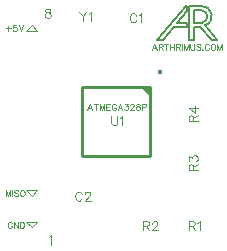
<source format=gto>
G04 DipTrace 3.3.1.1*
G04 TopSilk.gto*
%MOIN*%
G04 #@! TF.FileFunction,Legend,Top*
G04 #@! TF.Part,Single*
%ADD10C,0.009843*%
%ADD18C,0.004*%
%ADD25O,0.016422X0.016542*%
%ADD29C,0.005*%
%ADD54C,0.004632*%
%ADD55C,0.003281*%
%ADD56C,0.003088*%
%FSLAX26Y26*%
G04*
G70*
G90*
G75*
G01*
G04 TopSilk*
%LPD*%
X889429Y936258D2*
D10*
X661065D1*
Y707934D1*
X889429D1*
Y936258D1*
D25*
X920544Y987911D3*
G36*
X889429Y936258D2*
X857936D1*
X889429Y904765D1*
Y936258D1*
G37*
X912278Y1094148D2*
D29*
X1007062Y1206179D1*
X1012011Y1206168D1*
Y1190570D1*
X978713Y1150479D1*
X1011991D1*
Y1138288D1*
X968495D1*
X931592Y1094126D1*
X912278Y1094148D1*
X1060454Y1192932D2*
X1034770Y1192909D1*
X1060595Y1151108D2*
X1034910Y1150985D1*
X1034470Y1206179D2*
X1060975Y1206123D1*
X1034570Y1138513D2*
X1055887Y1138457D1*
X1055726Y1138446D2*
X1093171Y1094092D1*
X1112625D1*
X1070572Y1142393D1*
X1060214Y1206112D2*
G02X1070612Y1142494I1218J-32459D01*
G01*
X1060414Y1192932D2*
G02X1060254Y1151086I-2607J-20913D01*
G01*
X1019323Y1093811D2*
Y1206145D1*
X1019424D2*
X1036072D1*
X1034730Y1192909D2*
Y1150940D1*
Y1138524D2*
Y1093721D1*
X1034590D2*
X1019363D1*
X474951Y487450D2*
D18*
X493701Y468699D1*
X512451Y487450D1*
X474951D1*
Y593699D2*
X512451D1*
X493701Y574951D1*
X474951Y593699D1*
X512451Y1124951D2*
X474951D1*
X493702Y1143699D1*
X512451Y1124951D1*
X842197Y1175157D2*
D54*
X840771Y1178009D1*
X837885Y1180894D1*
X835034Y1182320D1*
X829297D1*
X826412Y1180894D1*
X823560Y1178009D1*
X822101Y1175157D1*
X820675Y1170846D1*
Y1163650D1*
X822101Y1159372D1*
X823560Y1156487D1*
X826412Y1153635D1*
X829297Y1152176D1*
X835034D1*
X837885Y1153635D1*
X840771Y1156487D1*
X842197Y1159372D1*
X851460Y1176550D2*
X854345Y1178009D1*
X858656Y1182287D1*
Y1152176D1*
X660747Y581406D2*
X659321Y584258D1*
X656436Y587143D1*
X653584Y588569D1*
X647847D1*
X644962Y587143D1*
X642110Y584258D1*
X640651Y581406D1*
X639225Y577095D1*
Y569899D1*
X640651Y565621D1*
X642110Y562736D1*
X644962Y559884D1*
X647847Y558425D1*
X653584D1*
X656436Y559884D1*
X659321Y562736D1*
X660747Y565621D1*
X671469Y581373D2*
Y582799D1*
X672895Y585684D1*
X674321Y587110D1*
X677206Y588536D1*
X682943D1*
X685795Y587110D1*
X687221Y585684D1*
X688680Y582799D1*
Y579947D1*
X687221Y577062D1*
X684369Y572784D1*
X670010Y558425D1*
X690106D1*
X1016958Y474482D2*
X1029858D1*
X1034169Y475941D1*
X1035628Y477367D1*
X1037054Y480218D1*
Y483104D1*
X1035628Y485955D1*
X1034169Y487415D1*
X1029858Y488841D1*
X1016958D1*
Y458697D1*
X1027006Y474482D2*
X1037054Y458697D1*
X1046318Y483070D2*
X1049203Y484530D1*
X1053514Y488807D1*
Y458697D1*
X864938Y474482D2*
X877837D1*
X882149Y475941D1*
X883608Y477367D1*
X885034Y480218D1*
Y483104D1*
X883608Y485955D1*
X882149Y487415D1*
X877837Y488841D1*
X864938D1*
Y458697D1*
X874986Y474482D2*
X885034Y458697D1*
X895756Y481644D2*
Y483070D1*
X897182Y485955D1*
X898608Y487381D1*
X901493Y488807D1*
X907230D1*
X910082Y487381D1*
X911508Y485955D1*
X912967Y483070D1*
Y480218D1*
X911508Y477333D1*
X908656Y473056D1*
X894297Y458697D1*
X914393D1*
X1031941Y659598D2*
Y672498D1*
X1030482Y676809D1*
X1029056Y678268D1*
X1026204Y679694D1*
X1023319D1*
X1020467Y678268D1*
X1019008Y676809D1*
X1017582Y672498D1*
Y659598D1*
X1047726D1*
X1031941Y669646D2*
X1047726Y679694D1*
X1017615Y691842D2*
Y707594D1*
X1029089Y699005D1*
Y703316D1*
X1030515Y706168D1*
X1031941Y707594D1*
X1036252Y709053D1*
X1039104D1*
X1043415Y707594D1*
X1046300Y704742D1*
X1047726Y700431D1*
Y696120D1*
X1046300Y691842D1*
X1044841Y690416D1*
X1041989Y688957D1*
X1031941Y822296D2*
Y835195D1*
X1030482Y839506D1*
X1029056Y840966D1*
X1026204Y842392D1*
X1023319D1*
X1020467Y840966D1*
X1019008Y839507D1*
X1017582Y835195D1*
Y822296D1*
X1047726D1*
X1031941Y832344D2*
X1047726Y842392D1*
Y866014D2*
X1017615D1*
X1037678Y851655D1*
Y873177D1*
X758937Y838975D2*
Y817453D1*
X760363Y813142D1*
X763248Y810290D1*
X767559Y808831D1*
X770411D1*
X774722Y810290D1*
X777607Y813142D1*
X779033Y817453D1*
Y838975D1*
X788297Y833205D2*
X791182Y834664D1*
X795493Y838942D1*
Y808831D1*
X651753Y1187536D2*
X663227Y1173177D1*
Y1157392D1*
X674701Y1187536D2*
X663227Y1173177D1*
X683964Y1181766D2*
X686849Y1183225D1*
X691160Y1187503D1*
Y1157392D1*
X423043Y573071D2*
D56*
Y593167D1*
X415394Y573071D1*
X407745Y593167D1*
Y573071D1*
X429219Y593167D2*
Y573071D1*
X448792Y590293D2*
X446891Y592216D1*
X444017Y593167D1*
X440192D1*
X437318Y592216D1*
X435395Y590293D1*
Y588391D1*
X436367Y586468D1*
X437318Y585517D1*
X439219Y584567D1*
X444967Y582643D1*
X446891Y581693D1*
X447841Y580720D1*
X448792Y578819D1*
Y575945D1*
X446891Y574043D1*
X444017Y573071D1*
X440192D1*
X437318Y574043D1*
X435395Y575945D1*
X460716Y593167D2*
X458792Y592216D1*
X456891Y590293D1*
X455918Y588391D1*
X454968Y585517D1*
Y580720D1*
X455918Y577868D1*
X456891Y575945D1*
X458792Y574043D1*
X460716Y573071D1*
X464540D1*
X466442Y574043D1*
X468365Y575945D1*
X469316Y577868D1*
X470266Y580720D1*
Y585517D1*
X469316Y588391D1*
X468365Y590293D1*
X466442Y592216D1*
X464540Y593167D1*
X460716D1*
X428342Y482142D2*
X427391Y484043D1*
X425468Y485967D1*
X423567Y486917D1*
X419742D1*
X417819Y485967D1*
X415917Y484043D1*
X414945Y482142D1*
X413994Y479268D1*
Y474471D1*
X414945Y471619D1*
X415917Y469695D1*
X417819Y467794D1*
X419742Y466821D1*
X423567D1*
X425468Y467794D1*
X427391Y469695D1*
X428342Y471619D1*
Y474471D1*
X423567D1*
X447915Y486917D2*
Y466821D1*
X434518Y486917D1*
Y466821D1*
X454091Y486917D2*
Y466821D1*
X460789D1*
X463663Y467794D1*
X465587Y469695D1*
X466537Y471619D1*
X467488Y474471D1*
Y479268D1*
X466537Y482142D1*
X465587Y484043D1*
X463663Y485967D1*
X460789Y486917D1*
X454091D1*
X416345Y1141719D2*
Y1124497D1*
X407745Y1133097D2*
X424967D1*
X442616Y1143145D2*
X433066D1*
X432115Y1134545D1*
X433066Y1135495D1*
X435940Y1136468D1*
X438792D1*
X441666Y1135495D1*
X443589Y1133594D1*
X444540Y1130720D1*
Y1128819D1*
X443589Y1125945D1*
X441666Y1124021D1*
X438792Y1123071D1*
X435940D1*
X433066Y1124021D1*
X432115Y1124994D1*
X431142Y1126895D1*
X450715Y1143167D2*
X458365Y1123071D1*
X466014Y1143167D1*
X694206Y860571D2*
X686534Y880667D1*
X678885Y860571D1*
X681759Y867269D2*
X691332D1*
X707080Y880667D2*
Y860571D1*
X700382Y880667D2*
X713779D1*
X735253Y860571D2*
Y880667D1*
X727604Y860571D1*
X719955Y880667D1*
Y860571D1*
X753853Y880667D2*
X741429D1*
Y860571D1*
X753853D1*
X741429Y871094D2*
X749078D1*
X774377Y875891D2*
X773427Y877793D1*
X771503Y879716D1*
X769602Y880667D1*
X765777D1*
X763854Y879716D1*
X761953Y877793D1*
X760980Y875891D1*
X760029Y873017D1*
Y868220D1*
X760980Y865368D1*
X761953Y863445D1*
X763854Y861543D1*
X765777Y860571D1*
X769602D1*
X771503Y861543D1*
X773427Y863445D1*
X774377Y865368D1*
Y868220D1*
X769602D1*
X795874Y860571D2*
X788202Y880667D1*
X780553Y860571D1*
X783427Y867269D2*
X793000D1*
X803973Y880645D2*
X814474D1*
X808748Y872995D1*
X811622D1*
X813523Y872045D1*
X814474Y871094D1*
X815447Y868220D1*
Y866319D1*
X814474Y863445D1*
X812573Y861521D1*
X809699Y860571D1*
X806825D1*
X803973Y861521D1*
X803022Y862494D1*
X802049Y864395D1*
X822595Y875869D2*
Y876820D1*
X823546Y878743D1*
X824496Y879694D1*
X826420Y880645D1*
X830244D1*
X832146Y879694D1*
X833096Y878743D1*
X834069Y876820D1*
Y874919D1*
X833096Y872995D1*
X831195Y870143D1*
X821622Y860571D1*
X835020D1*
X845971Y880645D2*
X843119Y879694D1*
X842146Y877793D1*
Y875869D1*
X843119Y873968D1*
X845020Y872995D1*
X848845Y872045D1*
X851719Y871094D1*
X853620Y869171D1*
X854571Y867269D1*
Y864395D1*
X853620Y862494D1*
X852669Y861521D1*
X849795Y860571D1*
X845971D1*
X843119Y861521D1*
X842146Y862494D1*
X841195Y864395D1*
Y867269D1*
X842146Y869171D1*
X844069Y871094D1*
X846921Y872045D1*
X850746Y872995D1*
X852669Y873968D1*
X853620Y875869D1*
Y877793D1*
X852669Y879694D1*
X849795Y880645D1*
X845971D1*
X860746Y870143D2*
X869368D1*
X872220Y871094D1*
X873193Y872067D1*
X874144Y873968D1*
Y876842D1*
X873193Y878743D1*
X872220Y879716D1*
X869368Y880667D1*
X860746D1*
Y860571D1*
X910565Y1060573D2*
X902894Y1080669D1*
X895245Y1060573D1*
X898119Y1067272D2*
X907691D1*
X916741Y1071097D2*
X925341D1*
X928215Y1072069D1*
X929188Y1073020D1*
X930138Y1074921D1*
Y1076845D1*
X929188Y1078746D1*
X928215Y1079719D1*
X925341Y1080669D1*
X916741D1*
Y1060573D1*
X923440Y1071097D2*
X930138Y1060573D1*
X943013Y1080669D2*
Y1060573D1*
X936314Y1080669D2*
X949711D1*
X955887D2*
Y1060573D1*
X969285Y1080669D2*
Y1060573D1*
X955887Y1071097D2*
X969285D1*
X975460D2*
X984060D1*
X986934Y1072069D1*
X987907Y1073020D1*
X988858Y1074921D1*
Y1076845D1*
X987907Y1078746D1*
X986934Y1079719D1*
X984060Y1080669D1*
X975460D1*
Y1060573D1*
X982159Y1071097D2*
X988858Y1060573D1*
X995033Y1080669D2*
Y1060573D1*
X1016508D2*
Y1080669D1*
X1008858Y1060573D1*
X1001209Y1080669D1*
Y1060573D1*
X1022683Y1080669D2*
Y1066321D1*
X1023634Y1063447D1*
X1025557Y1061546D1*
X1028431Y1060573D1*
X1030333D1*
X1033207Y1061546D1*
X1035130Y1063447D1*
X1036081Y1066321D1*
Y1080669D1*
X1055654Y1077795D2*
X1053752Y1079719D1*
X1050878Y1080669D1*
X1047054D1*
X1044180Y1079719D1*
X1042256Y1077795D1*
Y1075894D1*
X1043229Y1073971D1*
X1044180Y1073020D1*
X1046081Y1072069D1*
X1051829Y1070146D1*
X1053752Y1069195D1*
X1054703Y1068223D1*
X1055654Y1066321D1*
Y1063447D1*
X1053752Y1061546D1*
X1050878Y1060573D1*
X1047054D1*
X1044180Y1061546D1*
X1042256Y1063447D1*
X1062780Y1062497D2*
X1061829Y1061524D1*
X1062780Y1060573D1*
X1063753Y1061524D1*
X1062780Y1062497D1*
X1084276Y1075894D2*
X1083326Y1077795D1*
X1081402Y1079719D1*
X1079501Y1080669D1*
X1075676D1*
X1073753Y1079719D1*
X1071852Y1077795D1*
X1070879Y1075894D1*
X1069928Y1073020D1*
Y1068223D1*
X1070879Y1065371D1*
X1071852Y1063447D1*
X1073753Y1061546D1*
X1075676Y1060573D1*
X1079501D1*
X1081402Y1061546D1*
X1083326Y1063447D1*
X1084276Y1065371D1*
X1096200Y1080669D2*
X1094277Y1079719D1*
X1092375Y1077795D1*
X1091403Y1075894D1*
X1090452Y1073020D1*
Y1068223D1*
X1091403Y1065371D1*
X1092375Y1063447D1*
X1094277Y1061546D1*
X1096200Y1060573D1*
X1100025D1*
X1101926Y1061546D1*
X1103849Y1063447D1*
X1104800Y1065371D1*
X1105751Y1068223D1*
Y1073020D1*
X1104800Y1075894D1*
X1103849Y1077795D1*
X1101926Y1079719D1*
X1100025Y1080669D1*
X1096200D1*
X1127225Y1060573D2*
Y1080669D1*
X1119576Y1060573D1*
X1111926Y1080669D1*
Y1060573D1*
X549951Y436321D2*
D55*
X552837Y437780D1*
X557148Y442058D1*
Y411947D1*
X544614Y1198308D2*
X540337Y1196882D1*
X538877Y1194030D1*
Y1191145D1*
X540337Y1188293D1*
X543188Y1186834D1*
X548925Y1185408D1*
X553236Y1183982D1*
X556088Y1181097D1*
X557514Y1178245D1*
Y1173934D1*
X556088Y1171083D1*
X554662Y1169623D1*
X550351Y1168197D1*
X544614D1*
X540337Y1169623D1*
X538877Y1171083D1*
X537451Y1173934D1*
Y1178245D1*
X538877Y1181097D1*
X541762Y1183982D1*
X546040Y1185408D1*
X551777Y1186834D1*
X554662Y1188293D1*
X556088Y1191145D1*
Y1194030D1*
X554662Y1196882D1*
X550351Y1198308D1*
X544614D1*
M02*

</source>
